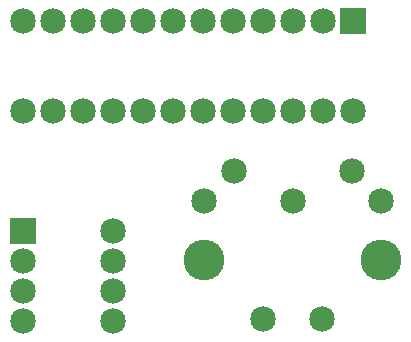
<source format=gbs>
G04 MADE WITH FRITZING*
G04 WWW.FRITZING.ORG*
G04 DOUBLE SIDED*
G04 HOLES PLATED*
G04 CONTOUR ON CENTER OF CONTOUR VECTOR*
%ASAXBY*%
%FSLAX23Y23*%
%MOIN*%
%OFA0B0*%
%SFA1.0B1.0*%
%ADD10C,0.085000*%
%ADD11C,0.136000*%
%ADD12R,0.085000X0.085000*%
%LNMASK0*%
G90*
G70*
G54D10*
X1266Y1096D03*
X1266Y796D03*
X1166Y1096D03*
X1166Y796D03*
X1066Y1096D03*
X1066Y796D03*
X966Y1096D03*
X966Y796D03*
X866Y1096D03*
X866Y796D03*
X766Y1096D03*
X766Y796D03*
X666Y1096D03*
X666Y796D03*
X566Y1096D03*
X566Y796D03*
X466Y1096D03*
X466Y796D03*
X366Y1096D03*
X366Y796D03*
X266Y1096D03*
X266Y796D03*
X166Y1096D03*
X166Y796D03*
X166Y396D03*
X466Y396D03*
X166Y296D03*
X466Y296D03*
X166Y196D03*
X466Y196D03*
X166Y96D03*
X466Y96D03*
X771Y496D03*
X870Y595D03*
X1066Y496D03*
X1263Y595D03*
X1362Y496D03*
X968Y102D03*
G54D11*
X1362Y299D03*
X771Y299D03*
G54D10*
X1165Y102D03*
G54D12*
X1266Y1096D03*
X166Y396D03*
G04 End of Mask0*
M02*
</source>
